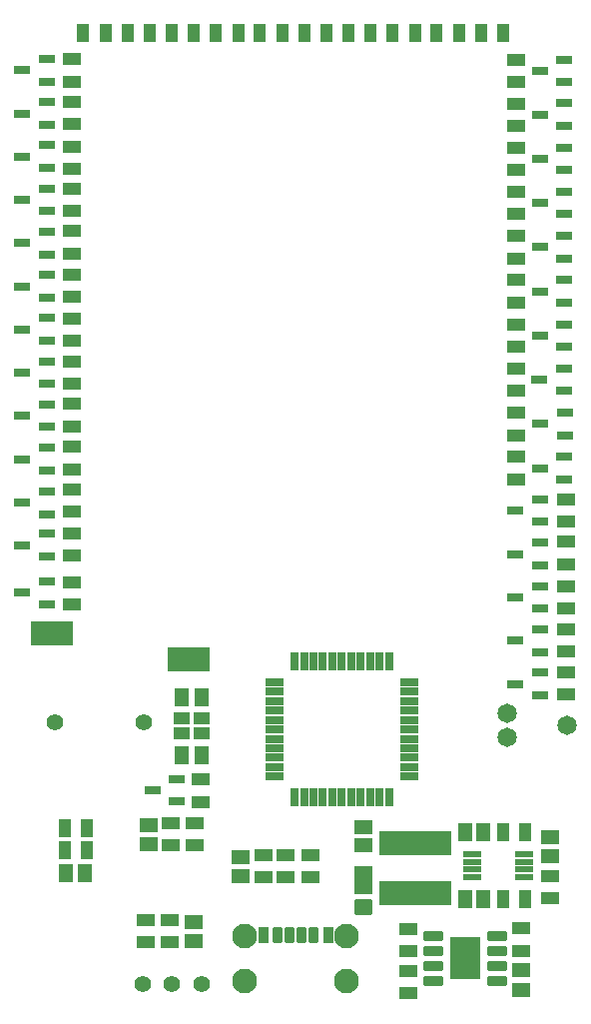
<source format=gbr>
%TF.GenerationSoftware,KiCad,Pcbnew,7.0.1*%
%TF.CreationDate,2023-08-02T19:59:42+02:00*%
%TF.ProjectId,PicBytesMicro,50696342-7974-4657-934d-6963726f2e6b,rev?*%
%TF.SameCoordinates,Original*%
%TF.FileFunction,Soldermask,Bot*%
%TF.FilePolarity,Negative*%
%FSLAX46Y46*%
G04 Gerber Fmt 4.6, Leading zero omitted, Abs format (unit mm)*
G04 Created by KiCad (PCBNEW 7.0.1) date 2023-08-02 19:59:42*
%MOMM*%
%LPD*%
G01*
G04 APERTURE LIST*
G04 Aperture macros list*
%AMRoundRect*
0 Rectangle with rounded corners*
0 $1 Rounding radius*
0 $2 $3 $4 $5 $6 $7 $8 $9 X,Y pos of 4 corners*
0 Add a 4 corners polygon primitive as box body*
4,1,4,$2,$3,$4,$5,$6,$7,$8,$9,$2,$3,0*
0 Add four circle primitives for the rounded corners*
1,1,$1+$1,$2,$3*
1,1,$1+$1,$4,$5*
1,1,$1+$1,$6,$7*
1,1,$1+$1,$8,$9*
0 Add four rect primitives between the rounded corners*
20,1,$1+$1,$2,$3,$4,$5,0*
20,1,$1+$1,$4,$5,$6,$7,0*
20,1,$1+$1,$6,$7,$8,$9,0*
20,1,$1+$1,$8,$9,$2,$3,0*%
G04 Aperture macros list end*
%ADD10C,1.650000*%
%ADD11RoundRect,0.050000X0.735000X-0.525000X0.735000X0.525000X-0.735000X0.525000X-0.735000X-0.525000X0*%
%ADD12RoundRect,0.050000X-0.525000X-0.735000X0.525000X-0.735000X0.525000X0.735000X-0.525000X0.735000X0*%
%ADD13RoundRect,0.050000X0.525000X0.735000X-0.525000X0.735000X-0.525000X-0.735000X0.525000X-0.735000X0*%
%ADD14RoundRect,0.050000X-1.750000X1.000000X-1.750000X-1.000000X1.750000X-1.000000X1.750000X1.000000X0*%
%ADD15RoundRect,0.050000X1.750000X-1.000000X1.750000X1.000000X-1.750000X1.000000X-1.750000X-1.000000X0*%
%ADD16RoundRect,0.050000X0.762500X-0.350000X0.762500X0.350000X-0.762500X0.350000X-0.762500X-0.350000X0*%
%ADD17RoundRect,0.050000X1.256500X1.701000X-1.256500X1.701000X-1.256500X-1.701000X1.256500X-1.701000X0*%
%ADD18RoundRect,0.050000X0.350000X0.600000X-0.350000X0.600000X-0.350000X-0.600000X0.350000X-0.600000X0*%
%ADD19RoundRect,0.050000X0.380000X0.600000X-0.380000X0.600000X-0.380000X-0.600000X0.380000X-0.600000X0*%
%ADD20RoundRect,0.050000X0.400000X0.600000X-0.400000X0.600000X-0.400000X-0.600000X0.400000X-0.600000X0*%
%ADD21C,2.100000*%
%ADD22C,1.400000*%
%ADD23RoundRect,0.050000X0.737500X-0.300000X0.737500X0.300000X-0.737500X0.300000X-0.737500X-0.300000X0*%
%ADD24RoundRect,0.050000X0.300000X0.737500X-0.300000X0.737500X-0.300000X-0.737500X0.300000X-0.737500X0*%
%ADD25RoundRect,0.050000X0.625000X-0.300000X0.625000X0.300000X-0.625000X0.300000X-0.625000X-0.300000X0*%
%ADD26RoundRect,0.050000X0.700000X-0.500000X0.700000X0.500000X-0.700000X0.500000X-0.700000X-0.500000X0*%
%ADD27RoundRect,0.050000X-0.700000X0.500000X-0.700000X-0.500000X0.700000X-0.500000X0.700000X0.500000X0*%
%ADD28RoundRect,0.050000X0.500000X0.700000X-0.500000X0.700000X-0.500000X-0.700000X0.500000X-0.700000X0*%
%ADD29RoundRect,0.050000X-0.500000X-0.700000X0.500000X-0.700000X0.500000X0.700000X-0.500000X0.700000X0*%
%ADD30RoundRect,0.050000X3.000000X-1.005000X3.000000X1.005000X-3.000000X1.005000X-3.000000X-1.005000X0*%
%ADD31RoundRect,0.050000X-0.735000X0.510000X-0.735000X-0.510000X0.735000X-0.510000X0.735000X0.510000X0*%
%ADD32RoundRect,0.050000X-0.500000X-0.725000X0.500000X-0.725000X0.500000X0.725000X-0.500000X0.725000X0*%
%ADD33RoundRect,0.050000X0.725000X-0.500000X0.725000X0.500000X-0.725000X0.500000X-0.725000X-0.500000X0*%
%ADD34RoundRect,0.050000X0.735000X-0.510000X0.735000X0.510000X-0.735000X0.510000X-0.735000X-0.510000X0*%
%ADD35RoundRect,0.050000X0.500000X0.725000X-0.500000X0.725000X-0.500000X-0.725000X0.500000X-0.725000X0*%
%ADD36RoundRect,0.050000X0.510000X0.735000X-0.510000X0.735000X-0.510000X-0.735000X0.510000X-0.735000X0*%
%ADD37RoundRect,0.050000X-0.725000X0.500000X-0.725000X-0.500000X0.725000X-0.500000X0.725000X0.500000X0*%
%ADD38RoundRect,0.050000X0.700000X-0.225000X0.700000X0.225000X-0.700000X0.225000X-0.700000X-0.225000X0*%
%ADD39RoundRect,0.050000X0.700000X1.150000X-0.700000X1.150000X-0.700000X-1.150000X0.700000X-1.150000X0*%
%ADD40RoundRect,0.050000X-0.700000X0.625000X-0.700000X-0.625000X0.700000X-0.625000X0.700000X0.625000X0*%
%ADD41RoundRect,0.050000X-0.600000X0.500000X-0.600000X-0.500000X0.600000X-0.500000X0.600000X0.500000X0*%
%ADD42RoundRect,0.050000X-0.510000X-0.735000X0.510000X-0.735000X0.510000X0.735000X-0.510000X0.735000X0*%
G04 APERTURE END LIST*
D10*
%TO.C,ICSP*%
X160310000Y-106135000D03*
X155230000Y-107151000D03*
X155230000Y-105119000D03*
%TD*%
D11*
%TO.C,C_10u_1*%
X156400000Y-128580000D03*
X156400000Y-126900000D03*
%TD*%
D12*
%TO.C,C_22p_1*%
X127610000Y-108650000D03*
X129290000Y-108650000D03*
%TD*%
D13*
%TO.C,C_22p_2*%
X129290000Y-103750000D03*
X127610000Y-103750000D03*
%TD*%
D14*
%TO.C,H_Bat+1*%
X128200000Y-100600000D03*
%TD*%
D15*
%TO.C,H_Bat-1*%
X116600000Y-98400000D03*
%TD*%
D16*
%TO.C,IC_BMS_TP1*%
X154312000Y-123995000D03*
X154312000Y-125265000D03*
X154312000Y-126535000D03*
X154312000Y-127805000D03*
X148888000Y-127805000D03*
X148888000Y-126535000D03*
X148888000Y-125265000D03*
X148888000Y-123995000D03*
D17*
X151600000Y-125900000D03*
%TD*%
D18*
%TO.C,J_USB_C1*%
X137750000Y-123900000D03*
D19*
X135730000Y-123900000D03*
D20*
X134500000Y-123900000D03*
D18*
X136750000Y-123900000D03*
D19*
X138770000Y-123900000D03*
D20*
X140000000Y-123900000D03*
D21*
X141570000Y-127850000D03*
X132930000Y-127850000D03*
X132930000Y-124050000D03*
X141570000Y-124050000D03*
%TD*%
D22*
%TO.C,LS1*%
X116800000Y-105900000D03*
X124400000Y-105900000D03*
%TD*%
D23*
%TO.C,PIC18F45K1*%
X146900000Y-102500000D03*
X146900000Y-103300000D03*
X146900000Y-104100000D03*
X146900000Y-104900000D03*
X146900000Y-105700000D03*
X146900000Y-106500000D03*
X146900000Y-107300000D03*
X146900000Y-108100000D03*
X146900000Y-108900000D03*
X146900000Y-109700000D03*
X146900000Y-110500000D03*
D24*
X145162000Y-112238000D03*
X144362000Y-112238000D03*
X143562000Y-112238000D03*
X142762000Y-112238000D03*
X141962000Y-112238000D03*
X141162000Y-112238000D03*
X140362000Y-112238000D03*
X139562000Y-112238000D03*
X138762000Y-112238000D03*
X137962000Y-112238000D03*
X137162000Y-112238000D03*
D23*
X135424000Y-110500000D03*
X135424000Y-109700000D03*
X135424000Y-108900000D03*
X135424000Y-108100000D03*
X135424000Y-107300000D03*
X135424000Y-106500000D03*
X135424000Y-105700000D03*
X135424000Y-104900000D03*
X135424000Y-104100000D03*
X135424000Y-103300000D03*
X135424000Y-102500000D03*
D24*
X137162000Y-100762000D03*
X137962000Y-100762000D03*
X138762000Y-100762000D03*
X139562000Y-100762000D03*
X140362000Y-100762000D03*
X141162000Y-100762000D03*
X141962000Y-100762000D03*
X142762000Y-100762000D03*
X143562000Y-100762000D03*
X144362000Y-100762000D03*
X145162000Y-100762000D03*
%TD*%
D25*
%TO.C,Q2*%
X116150000Y-49695000D03*
X116150000Y-51605000D03*
X114050000Y-50650000D03*
%TD*%
%TO.C,Q3*%
X116150000Y-82634997D03*
X116150000Y-84544997D03*
X114050000Y-83589997D03*
%TD*%
%TO.C,Q4*%
X160050000Y-49745000D03*
X160050000Y-51655000D03*
X157950000Y-50700000D03*
%TD*%
%TO.C,Q5*%
X160050000Y-68422776D03*
X160050000Y-70332776D03*
X157950000Y-69377776D03*
%TD*%
%TO.C,Q6*%
X116150000Y-53353333D03*
X116150000Y-55263333D03*
X114050000Y-54308333D03*
%TD*%
%TO.C,Q7*%
X116150000Y-86343330D03*
X116150000Y-88253330D03*
X114050000Y-87298330D03*
%TD*%
%TO.C,Q8*%
X160050000Y-53445000D03*
X160050000Y-55355000D03*
X157950000Y-54400000D03*
%TD*%
%TO.C,Q9*%
X160050000Y-72167220D03*
X160050000Y-74077220D03*
X157950000Y-73122220D03*
%TD*%
%TO.C,Q10*%
X116150000Y-56996666D03*
X116150000Y-58906666D03*
X114050000Y-57951666D03*
%TD*%
%TO.C,Q11*%
X116150000Y-89936663D03*
X116150000Y-91846663D03*
X114050000Y-90891663D03*
%TD*%
%TO.C,Q12*%
X116150000Y-64328332D03*
X116150000Y-66238332D03*
X114050000Y-65283332D03*
%TD*%
%TO.C,Q13*%
X157975000Y-87006108D03*
X157975000Y-88916108D03*
X155875000Y-87961108D03*
%TD*%
%TO.C,Q14*%
X116150000Y-78961664D03*
X116150000Y-80871664D03*
X114050000Y-79916664D03*
%TD*%
%TO.C,Q15*%
X157975000Y-101706108D03*
X157975000Y-103616108D03*
X155875000Y-102661108D03*
%TD*%
%TO.C,Q16*%
X160050000Y-57189444D03*
X160050000Y-59099444D03*
X157950000Y-58144444D03*
%TD*%
%TO.C,Q17*%
X160037500Y-75911664D03*
X160037500Y-77821664D03*
X157937500Y-76866664D03*
%TD*%
%TO.C,Q18*%
X116150000Y-60669999D03*
X116150000Y-62579999D03*
X114050000Y-61624999D03*
%TD*%
%TO.C,Q19*%
X116150000Y-93966664D03*
X116150000Y-95876664D03*
X114050000Y-94921664D03*
%TD*%
%TO.C,Q20*%
X116150000Y-67986665D03*
X116150000Y-69896665D03*
X114050000Y-68941665D03*
%TD*%
%TO.C,Q21*%
X157975000Y-90696108D03*
X157975000Y-92606108D03*
X155875000Y-91651108D03*
%TD*%
%TO.C,Q22*%
X160050000Y-60933888D03*
X160050000Y-62843888D03*
X157950000Y-61888888D03*
%TD*%
%TO.C,Q23*%
X160075000Y-79656108D03*
X160075000Y-81566108D03*
X157975000Y-80611108D03*
%TD*%
%TO.C,Q24*%
X116150000Y-71644998D03*
X116150000Y-73554998D03*
X114050000Y-72599998D03*
%TD*%
%TO.C,Q25*%
X157975000Y-94356108D03*
X157975000Y-96266108D03*
X155875000Y-95311108D03*
%TD*%
%TO.C,Q26*%
X160050000Y-64678332D03*
X160050000Y-66588332D03*
X157950000Y-65633332D03*
%TD*%
%TO.C,Q27*%
X160050000Y-83400552D03*
X160050000Y-85310552D03*
X157950000Y-84355552D03*
%TD*%
%TO.C,Q28*%
X116150000Y-75303331D03*
X116150000Y-77213331D03*
X114050000Y-76258331D03*
%TD*%
%TO.C,Q29*%
X157975000Y-98031108D03*
X157975000Y-99941108D03*
X155875000Y-98986108D03*
%TD*%
%TO.C,Q1*%
X127200000Y-110690000D03*
X127200000Y-112600000D03*
X125100000Y-111645000D03*
%TD*%
D26*
%TO.C,R220_1*%
X155975000Y-51650000D03*
X155975000Y-49750000D03*
%TD*%
D27*
%TO.C,R220_2*%
X155975000Y-68427776D03*
X155975000Y-70327776D03*
%TD*%
%TO.C,R220_3*%
X155975000Y-53450000D03*
X155975000Y-55350000D03*
%TD*%
D26*
%TO.C,R220_4*%
X155975000Y-74072220D03*
X155975000Y-72172220D03*
%TD*%
D27*
%TO.C,R220_5*%
X155975000Y-57194444D03*
X155975000Y-59094444D03*
%TD*%
%TO.C,R220_6*%
X155987500Y-75916664D03*
X155987500Y-77816664D03*
%TD*%
%TO.C,R220_7*%
X155975000Y-60938888D03*
X155975000Y-62838888D03*
%TD*%
%TO.C,R220_8*%
X155950000Y-79661108D03*
X155950000Y-81561108D03*
%TD*%
%TO.C,R220_9*%
X155975000Y-64683332D03*
X155975000Y-66583332D03*
%TD*%
%TO.C,R220_10*%
X155975000Y-83405552D03*
X155975000Y-85305552D03*
%TD*%
D26*
%TO.C,R4K7_2*%
X118300000Y-51600000D03*
X118300000Y-49700000D03*
%TD*%
%TO.C,R4K7_3*%
X118300000Y-84439997D03*
X118300000Y-82539997D03*
%TD*%
D28*
%TO.C,R4K7_4*%
X121149668Y-47500000D03*
X119249668Y-47500000D03*
%TD*%
%TO.C,R4K7_5*%
X139871888Y-47500000D03*
X137971888Y-47500000D03*
%TD*%
D26*
%TO.C,R4K7_6*%
X118300000Y-55203333D03*
X118300000Y-53303333D03*
%TD*%
%TO.C,R4K7_7*%
X118300000Y-88048330D03*
X118300000Y-86148330D03*
%TD*%
D28*
%TO.C,R4K7_8*%
X124894112Y-47500000D03*
X122994112Y-47500000D03*
%TD*%
%TO.C,R4K7_9*%
X143616332Y-47500000D03*
X141716332Y-47500000D03*
%TD*%
D26*
%TO.C,R4K7_10*%
X118300000Y-59001666D03*
X118300000Y-57101666D03*
%TD*%
%TO.C,R4K7_11*%
X118300000Y-91791663D03*
X118300000Y-89891663D03*
%TD*%
%TO.C,R4K7_12*%
X118300000Y-66183332D03*
X118300000Y-64283332D03*
%TD*%
%TO.C,R4K7_13*%
X160225000Y-88911108D03*
X160225000Y-87011108D03*
%TD*%
%TO.C,R4K7_14*%
X118300000Y-80816664D03*
X118300000Y-78916664D03*
%TD*%
%TO.C,R4K7_15*%
X160225000Y-103561108D03*
X160225000Y-101661108D03*
%TD*%
D28*
%TO.C,R4K7_16*%
X128638556Y-47500000D03*
X126738556Y-47500000D03*
%TD*%
%TO.C,R4K7_17*%
X147360776Y-47500000D03*
X145460776Y-47500000D03*
%TD*%
D26*
%TO.C,R4K7_18*%
X118300000Y-62574999D03*
X118300000Y-60674999D03*
%TD*%
%TO.C,R4K7_19*%
X118300000Y-95921664D03*
X118300000Y-94021664D03*
%TD*%
%TO.C,R4K7_20*%
X118300000Y-69841665D03*
X118300000Y-67941665D03*
%TD*%
%TO.C,R4K7_21*%
X160225000Y-92501108D03*
X160225000Y-90601108D03*
%TD*%
D28*
%TO.C,R4K7_22*%
X132383000Y-47500000D03*
X130483000Y-47500000D03*
%TD*%
%TO.C,R4K7_23*%
X151105220Y-47500000D03*
X149205220Y-47500000D03*
%TD*%
D26*
%TO.C,R4K7_24*%
X118300000Y-73549998D03*
X118300000Y-71649998D03*
%TD*%
%TO.C,R4K7_25*%
X160225000Y-96261108D03*
X160225000Y-94361108D03*
%TD*%
D28*
%TO.C,R4K7_26*%
X136127444Y-47500000D03*
X134227444Y-47500000D03*
%TD*%
%TO.C,R4K7_27*%
X154849664Y-47500000D03*
X152949664Y-47500000D03*
%TD*%
D26*
%TO.C,R4K7_28*%
X118300000Y-77208331D03*
X118300000Y-75308331D03*
%TD*%
%TO.C,R4K7_29*%
X160225000Y-99886108D03*
X160225000Y-97986108D03*
%TD*%
D27*
%TO.C,R4K7_1*%
X129200000Y-110745000D03*
X129200000Y-112645000D03*
%TD*%
D26*
%TO.C,R_10k_1*%
X138500000Y-119050000D03*
X138500000Y-117150000D03*
%TD*%
D29*
%TO.C,R_10K_3*%
X117650000Y-114900000D03*
X119550000Y-114900000D03*
%TD*%
D26*
%TO.C,R_10K_7*%
X124570000Y-124550000D03*
X124570000Y-122650000D03*
%TD*%
D27*
%TO.C,R_10K_6*%
X126700000Y-114450000D03*
X126700000Y-116350000D03*
%TD*%
%TO.C,R_10K_9*%
X136425000Y-117150000D03*
X136425000Y-119050000D03*
%TD*%
%TO.C,R_1k_1*%
X146800000Y-126950000D03*
X146800000Y-128850000D03*
%TD*%
D26*
%TO.C,R_1k_2*%
X146800000Y-125300000D03*
X146800000Y-123400000D03*
%TD*%
%TO.C,R_2k_1*%
X156400000Y-125250000D03*
X156400000Y-123350000D03*
%TD*%
D22*
%TO.C,SW_Toggle1*%
X124275000Y-128050000D03*
X126775000Y-128050000D03*
X129275000Y-128050000D03*
%TD*%
D30*
%TO.C,L1*%
X147400000Y-120400000D03*
X147400000Y-116100000D03*
%TD*%
D31*
%TO.C,C4*%
X143000000Y-114750000D03*
X143000000Y-116350000D03*
%TD*%
D32*
%TO.C,R_10K_2*%
X117650000Y-116700000D03*
X119550000Y-116700000D03*
%TD*%
D33*
%TO.C,R_10K_4*%
X126600000Y-124550000D03*
X126600000Y-122650000D03*
%TD*%
D34*
%TO.C,C_22p_5*%
X132575000Y-118900000D03*
X132575000Y-117300000D03*
%TD*%
D35*
%TO.C,R3*%
X156750000Y-120850000D03*
X154850000Y-120850000D03*
%TD*%
D33*
%TO.C,R_10K_8*%
X134500000Y-119050000D03*
X134500000Y-117150000D03*
%TD*%
D36*
%TO.C,C2*%
X153200000Y-120850000D03*
X151600000Y-120850000D03*
%TD*%
D37*
%TO.C,R2*%
X158800000Y-118900000D03*
X158800000Y-120800000D03*
%TD*%
D33*
%TO.C,R_10K_5*%
X128705000Y-116350000D03*
X128705000Y-114450000D03*
%TD*%
D31*
%TO.C,C1*%
X158800000Y-115650000D03*
X158800000Y-117250000D03*
%TD*%
D36*
%TO.C,C3*%
X153200000Y-115250000D03*
X151600000Y-115250000D03*
%TD*%
D38*
%TO.C,IC1*%
X156600000Y-117075000D03*
X156600000Y-117725000D03*
X156600000Y-118375000D03*
X156600000Y-119025000D03*
X152200000Y-119025000D03*
X152200000Y-118375000D03*
X152200000Y-117725000D03*
X152200000Y-117075000D03*
%TD*%
D39*
%TO.C,D1*%
X143000000Y-119250000D03*
D40*
X143000000Y-121575000D03*
%TD*%
D32*
%TO.C,R1*%
X154850000Y-115250000D03*
X156750000Y-115250000D03*
%TD*%
D41*
%TO.C,Y1*%
X127625000Y-105550000D03*
X129325000Y-105550000D03*
X129325000Y-106850000D03*
X127625000Y-106850000D03*
%TD*%
D34*
%TO.C,C_22p_4*%
X128570000Y-124400000D03*
X128570000Y-122800000D03*
%TD*%
D31*
%TO.C,C_100F_1*%
X124805000Y-114600000D03*
X124805000Y-116200000D03*
%TD*%
D42*
%TO.C,C_22p_3*%
X117800000Y-118700000D03*
X119400000Y-118700000D03*
%TD*%
M02*

</source>
